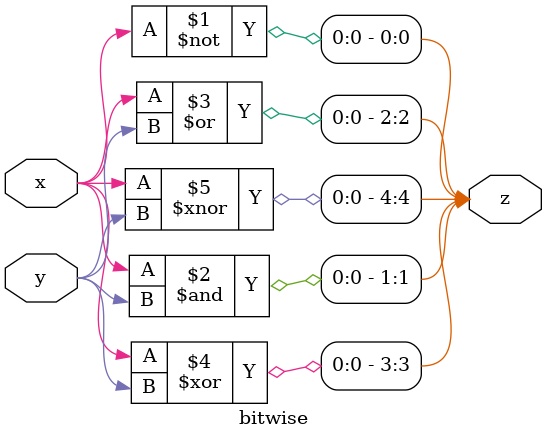
<source format=v>

module bitwise(input x,y,output [4:0]z);

assign z[0]=~x;
assign z[1]=x&y;
assign z[2]=x|y;
assign z[3]=x^y;
assign z[4]=x^~y;

endmodule

</source>
